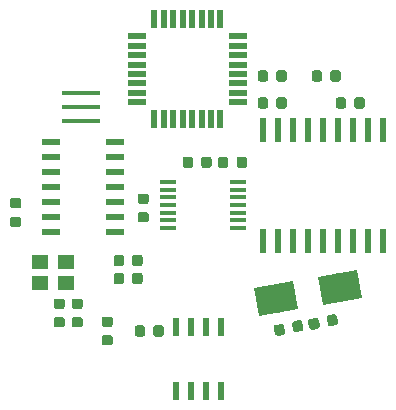
<source format=gbr>
G04 #@! TF.GenerationSoftware,KiCad,Pcbnew,(5.1.2)-2*
G04 #@! TF.CreationDate,2019-08-10T12:47:09-04:00*
G04 #@! TF.ProjectId,toyota-angle-sensor,746f796f-7461-42d6-916e-676c652d7365,rev?*
G04 #@! TF.SameCoordinates,Original*
G04 #@! TF.FileFunction,Paste,Bot*
G04 #@! TF.FilePolarity,Positive*
%FSLAX46Y46*%
G04 Gerber Fmt 4.6, Leading zero omitted, Abs format (unit mm)*
G04 Created by KiCad (PCBNEW (5.1.2)-2) date 2019-08-10 12:47:09*
%MOMM*%
%LPD*%
G04 APERTURE LIST*
%ADD10C,2.400000*%
%ADD11C,0.100000*%
%ADD12C,0.875000*%
%ADD13R,0.600000X2.000000*%
%ADD14R,1.400000X1.200000*%
%ADD15R,3.200000X0.400000*%
%ADD16R,0.600000X1.550000*%
%ADD17R,1.450000X0.450000*%
%ADD18R,1.500000X0.600000*%
%ADD19R,1.600000X0.550000*%
%ADD20R,0.550000X1.600000*%
G04 APERTURE END LIST*
D10*
X138587862Y-133965394D03*
D11*
G36*
X137158997Y-135435853D02*
G01*
X136742241Y-133072315D01*
X140016727Y-132494935D01*
X140433483Y-134858473D01*
X137158997Y-135435853D01*
X137158997Y-135435853D01*
G37*
D10*
X133146800Y-134924800D03*
D11*
G36*
X131717935Y-136395259D02*
G01*
X131301179Y-134031721D01*
X134575665Y-133454341D01*
X134992421Y-135817879D01*
X131717935Y-136395259D01*
X131717935Y-136395259D01*
G37*
G36*
X130504191Y-122906553D02*
G01*
X130525426Y-122909703D01*
X130546250Y-122914919D01*
X130566462Y-122922151D01*
X130585868Y-122931330D01*
X130604281Y-122942366D01*
X130621524Y-122955154D01*
X130637430Y-122969570D01*
X130651846Y-122985476D01*
X130664634Y-123002719D01*
X130675670Y-123021132D01*
X130684849Y-123040538D01*
X130692081Y-123060750D01*
X130697297Y-123081574D01*
X130700447Y-123102809D01*
X130701500Y-123124250D01*
X130701500Y-123636750D01*
X130700447Y-123658191D01*
X130697297Y-123679426D01*
X130692081Y-123700250D01*
X130684849Y-123720462D01*
X130675670Y-123739868D01*
X130664634Y-123758281D01*
X130651846Y-123775524D01*
X130637430Y-123791430D01*
X130621524Y-123805846D01*
X130604281Y-123818634D01*
X130585868Y-123829670D01*
X130566462Y-123838849D01*
X130546250Y-123846081D01*
X130525426Y-123851297D01*
X130504191Y-123854447D01*
X130482750Y-123855500D01*
X130045250Y-123855500D01*
X130023809Y-123854447D01*
X130002574Y-123851297D01*
X129981750Y-123846081D01*
X129961538Y-123838849D01*
X129942132Y-123829670D01*
X129923719Y-123818634D01*
X129906476Y-123805846D01*
X129890570Y-123791430D01*
X129876154Y-123775524D01*
X129863366Y-123758281D01*
X129852330Y-123739868D01*
X129843151Y-123720462D01*
X129835919Y-123700250D01*
X129830703Y-123679426D01*
X129827553Y-123658191D01*
X129826500Y-123636750D01*
X129826500Y-123124250D01*
X129827553Y-123102809D01*
X129830703Y-123081574D01*
X129835919Y-123060750D01*
X129843151Y-123040538D01*
X129852330Y-123021132D01*
X129863366Y-123002719D01*
X129876154Y-122985476D01*
X129890570Y-122969570D01*
X129906476Y-122955154D01*
X129923719Y-122942366D01*
X129942132Y-122931330D01*
X129961538Y-122922151D01*
X129981750Y-122914919D01*
X130002574Y-122909703D01*
X130023809Y-122906553D01*
X130045250Y-122905500D01*
X130482750Y-122905500D01*
X130504191Y-122906553D01*
X130504191Y-122906553D01*
G37*
D12*
X130264000Y-123380500D03*
D11*
G36*
X128929191Y-122906553D02*
G01*
X128950426Y-122909703D01*
X128971250Y-122914919D01*
X128991462Y-122922151D01*
X129010868Y-122931330D01*
X129029281Y-122942366D01*
X129046524Y-122955154D01*
X129062430Y-122969570D01*
X129076846Y-122985476D01*
X129089634Y-123002719D01*
X129100670Y-123021132D01*
X129109849Y-123040538D01*
X129117081Y-123060750D01*
X129122297Y-123081574D01*
X129125447Y-123102809D01*
X129126500Y-123124250D01*
X129126500Y-123636750D01*
X129125447Y-123658191D01*
X129122297Y-123679426D01*
X129117081Y-123700250D01*
X129109849Y-123720462D01*
X129100670Y-123739868D01*
X129089634Y-123758281D01*
X129076846Y-123775524D01*
X129062430Y-123791430D01*
X129046524Y-123805846D01*
X129029281Y-123818634D01*
X129010868Y-123829670D01*
X128991462Y-123838849D01*
X128971250Y-123846081D01*
X128950426Y-123851297D01*
X128929191Y-123854447D01*
X128907750Y-123855500D01*
X128470250Y-123855500D01*
X128448809Y-123854447D01*
X128427574Y-123851297D01*
X128406750Y-123846081D01*
X128386538Y-123838849D01*
X128367132Y-123829670D01*
X128348719Y-123818634D01*
X128331476Y-123805846D01*
X128315570Y-123791430D01*
X128301154Y-123775524D01*
X128288366Y-123758281D01*
X128277330Y-123739868D01*
X128268151Y-123720462D01*
X128260919Y-123700250D01*
X128255703Y-123679426D01*
X128252553Y-123658191D01*
X128251500Y-123636750D01*
X128251500Y-123124250D01*
X128252553Y-123102809D01*
X128255703Y-123081574D01*
X128260919Y-123060750D01*
X128268151Y-123040538D01*
X128277330Y-123021132D01*
X128288366Y-123002719D01*
X128301154Y-122985476D01*
X128315570Y-122969570D01*
X128331476Y-122955154D01*
X128348719Y-122942366D01*
X128367132Y-122931330D01*
X128386538Y-122922151D01*
X128406750Y-122914919D01*
X128427574Y-122909703D01*
X128448809Y-122906553D01*
X128470250Y-122905500D01*
X128907750Y-122905500D01*
X128929191Y-122906553D01*
X128929191Y-122906553D01*
G37*
D12*
X128689000Y-123380500D03*
D11*
G36*
X121880691Y-137194053D02*
G01*
X121901926Y-137197203D01*
X121922750Y-137202419D01*
X121942962Y-137209651D01*
X121962368Y-137218830D01*
X121980781Y-137229866D01*
X121998024Y-137242654D01*
X122013930Y-137257070D01*
X122028346Y-137272976D01*
X122041134Y-137290219D01*
X122052170Y-137308632D01*
X122061349Y-137328038D01*
X122068581Y-137348250D01*
X122073797Y-137369074D01*
X122076947Y-137390309D01*
X122078000Y-137411750D01*
X122078000Y-137924250D01*
X122076947Y-137945691D01*
X122073797Y-137966926D01*
X122068581Y-137987750D01*
X122061349Y-138007962D01*
X122052170Y-138027368D01*
X122041134Y-138045781D01*
X122028346Y-138063024D01*
X122013930Y-138078930D01*
X121998024Y-138093346D01*
X121980781Y-138106134D01*
X121962368Y-138117170D01*
X121942962Y-138126349D01*
X121922750Y-138133581D01*
X121901926Y-138138797D01*
X121880691Y-138141947D01*
X121859250Y-138143000D01*
X121421750Y-138143000D01*
X121400309Y-138141947D01*
X121379074Y-138138797D01*
X121358250Y-138133581D01*
X121338038Y-138126349D01*
X121318632Y-138117170D01*
X121300219Y-138106134D01*
X121282976Y-138093346D01*
X121267070Y-138078930D01*
X121252654Y-138063024D01*
X121239866Y-138045781D01*
X121228830Y-138027368D01*
X121219651Y-138007962D01*
X121212419Y-137987750D01*
X121207203Y-137966926D01*
X121204053Y-137945691D01*
X121203000Y-137924250D01*
X121203000Y-137411750D01*
X121204053Y-137390309D01*
X121207203Y-137369074D01*
X121212419Y-137348250D01*
X121219651Y-137328038D01*
X121228830Y-137308632D01*
X121239866Y-137290219D01*
X121252654Y-137272976D01*
X121267070Y-137257070D01*
X121282976Y-137242654D01*
X121300219Y-137229866D01*
X121318632Y-137218830D01*
X121338038Y-137209651D01*
X121358250Y-137202419D01*
X121379074Y-137197203D01*
X121400309Y-137194053D01*
X121421750Y-137193000D01*
X121859250Y-137193000D01*
X121880691Y-137194053D01*
X121880691Y-137194053D01*
G37*
D12*
X121640500Y-137668000D03*
D11*
G36*
X123455691Y-137194053D02*
G01*
X123476926Y-137197203D01*
X123497750Y-137202419D01*
X123517962Y-137209651D01*
X123537368Y-137218830D01*
X123555781Y-137229866D01*
X123573024Y-137242654D01*
X123588930Y-137257070D01*
X123603346Y-137272976D01*
X123616134Y-137290219D01*
X123627170Y-137308632D01*
X123636349Y-137328038D01*
X123643581Y-137348250D01*
X123648797Y-137369074D01*
X123651947Y-137390309D01*
X123653000Y-137411750D01*
X123653000Y-137924250D01*
X123651947Y-137945691D01*
X123648797Y-137966926D01*
X123643581Y-137987750D01*
X123636349Y-138007962D01*
X123627170Y-138027368D01*
X123616134Y-138045781D01*
X123603346Y-138063024D01*
X123588930Y-138078930D01*
X123573024Y-138093346D01*
X123555781Y-138106134D01*
X123537368Y-138117170D01*
X123517962Y-138126349D01*
X123497750Y-138133581D01*
X123476926Y-138138797D01*
X123455691Y-138141947D01*
X123434250Y-138143000D01*
X122996750Y-138143000D01*
X122975309Y-138141947D01*
X122954074Y-138138797D01*
X122933250Y-138133581D01*
X122913038Y-138126349D01*
X122893632Y-138117170D01*
X122875219Y-138106134D01*
X122857976Y-138093346D01*
X122842070Y-138078930D01*
X122827654Y-138063024D01*
X122814866Y-138045781D01*
X122803830Y-138027368D01*
X122794651Y-138007962D01*
X122787419Y-137987750D01*
X122782203Y-137966926D01*
X122779053Y-137945691D01*
X122778000Y-137924250D01*
X122778000Y-137411750D01*
X122779053Y-137390309D01*
X122782203Y-137369074D01*
X122787419Y-137348250D01*
X122794651Y-137328038D01*
X122803830Y-137308632D01*
X122814866Y-137290219D01*
X122827654Y-137272976D01*
X122842070Y-137257070D01*
X122857976Y-137242654D01*
X122875219Y-137229866D01*
X122893632Y-137218830D01*
X122913038Y-137209651D01*
X122933250Y-137202419D01*
X122954074Y-137197203D01*
X122975309Y-137194053D01*
X122996750Y-137193000D01*
X123434250Y-137193000D01*
X123455691Y-137194053D01*
X123455691Y-137194053D01*
G37*
D12*
X123215500Y-137668000D03*
D11*
G36*
X136866691Y-115604053D02*
G01*
X136887926Y-115607203D01*
X136908750Y-115612419D01*
X136928962Y-115619651D01*
X136948368Y-115628830D01*
X136966781Y-115639866D01*
X136984024Y-115652654D01*
X136999930Y-115667070D01*
X137014346Y-115682976D01*
X137027134Y-115700219D01*
X137038170Y-115718632D01*
X137047349Y-115738038D01*
X137054581Y-115758250D01*
X137059797Y-115779074D01*
X137062947Y-115800309D01*
X137064000Y-115821750D01*
X137064000Y-116334250D01*
X137062947Y-116355691D01*
X137059797Y-116376926D01*
X137054581Y-116397750D01*
X137047349Y-116417962D01*
X137038170Y-116437368D01*
X137027134Y-116455781D01*
X137014346Y-116473024D01*
X136999930Y-116488930D01*
X136984024Y-116503346D01*
X136966781Y-116516134D01*
X136948368Y-116527170D01*
X136928962Y-116536349D01*
X136908750Y-116543581D01*
X136887926Y-116548797D01*
X136866691Y-116551947D01*
X136845250Y-116553000D01*
X136407750Y-116553000D01*
X136386309Y-116551947D01*
X136365074Y-116548797D01*
X136344250Y-116543581D01*
X136324038Y-116536349D01*
X136304632Y-116527170D01*
X136286219Y-116516134D01*
X136268976Y-116503346D01*
X136253070Y-116488930D01*
X136238654Y-116473024D01*
X136225866Y-116455781D01*
X136214830Y-116437368D01*
X136205651Y-116417962D01*
X136198419Y-116397750D01*
X136193203Y-116376926D01*
X136190053Y-116355691D01*
X136189000Y-116334250D01*
X136189000Y-115821750D01*
X136190053Y-115800309D01*
X136193203Y-115779074D01*
X136198419Y-115758250D01*
X136205651Y-115738038D01*
X136214830Y-115718632D01*
X136225866Y-115700219D01*
X136238654Y-115682976D01*
X136253070Y-115667070D01*
X136268976Y-115652654D01*
X136286219Y-115639866D01*
X136304632Y-115628830D01*
X136324038Y-115619651D01*
X136344250Y-115612419D01*
X136365074Y-115607203D01*
X136386309Y-115604053D01*
X136407750Y-115603000D01*
X136845250Y-115603000D01*
X136866691Y-115604053D01*
X136866691Y-115604053D01*
G37*
D12*
X136626500Y-116078000D03*
D11*
G36*
X138441691Y-115604053D02*
G01*
X138462926Y-115607203D01*
X138483750Y-115612419D01*
X138503962Y-115619651D01*
X138523368Y-115628830D01*
X138541781Y-115639866D01*
X138559024Y-115652654D01*
X138574930Y-115667070D01*
X138589346Y-115682976D01*
X138602134Y-115700219D01*
X138613170Y-115718632D01*
X138622349Y-115738038D01*
X138629581Y-115758250D01*
X138634797Y-115779074D01*
X138637947Y-115800309D01*
X138639000Y-115821750D01*
X138639000Y-116334250D01*
X138637947Y-116355691D01*
X138634797Y-116376926D01*
X138629581Y-116397750D01*
X138622349Y-116417962D01*
X138613170Y-116437368D01*
X138602134Y-116455781D01*
X138589346Y-116473024D01*
X138574930Y-116488930D01*
X138559024Y-116503346D01*
X138541781Y-116516134D01*
X138523368Y-116527170D01*
X138503962Y-116536349D01*
X138483750Y-116543581D01*
X138462926Y-116548797D01*
X138441691Y-116551947D01*
X138420250Y-116553000D01*
X137982750Y-116553000D01*
X137961309Y-116551947D01*
X137940074Y-116548797D01*
X137919250Y-116543581D01*
X137899038Y-116536349D01*
X137879632Y-116527170D01*
X137861219Y-116516134D01*
X137843976Y-116503346D01*
X137828070Y-116488930D01*
X137813654Y-116473024D01*
X137800866Y-116455781D01*
X137789830Y-116437368D01*
X137780651Y-116417962D01*
X137773419Y-116397750D01*
X137768203Y-116376926D01*
X137765053Y-116355691D01*
X137764000Y-116334250D01*
X137764000Y-115821750D01*
X137765053Y-115800309D01*
X137768203Y-115779074D01*
X137773419Y-115758250D01*
X137780651Y-115738038D01*
X137789830Y-115718632D01*
X137800866Y-115700219D01*
X137813654Y-115682976D01*
X137828070Y-115667070D01*
X137843976Y-115652654D01*
X137861219Y-115639866D01*
X137879632Y-115628830D01*
X137899038Y-115619651D01*
X137919250Y-115612419D01*
X137940074Y-115607203D01*
X137961309Y-115604053D01*
X137982750Y-115603000D01*
X138420250Y-115603000D01*
X138441691Y-115604053D01*
X138441691Y-115604053D01*
G37*
D12*
X138201500Y-116078000D03*
D11*
G36*
X121677691Y-132749053D02*
G01*
X121698926Y-132752203D01*
X121719750Y-132757419D01*
X121739962Y-132764651D01*
X121759368Y-132773830D01*
X121777781Y-132784866D01*
X121795024Y-132797654D01*
X121810930Y-132812070D01*
X121825346Y-132827976D01*
X121838134Y-132845219D01*
X121849170Y-132863632D01*
X121858349Y-132883038D01*
X121865581Y-132903250D01*
X121870797Y-132924074D01*
X121873947Y-132945309D01*
X121875000Y-132966750D01*
X121875000Y-133479250D01*
X121873947Y-133500691D01*
X121870797Y-133521926D01*
X121865581Y-133542750D01*
X121858349Y-133562962D01*
X121849170Y-133582368D01*
X121838134Y-133600781D01*
X121825346Y-133618024D01*
X121810930Y-133633930D01*
X121795024Y-133648346D01*
X121777781Y-133661134D01*
X121759368Y-133672170D01*
X121739962Y-133681349D01*
X121719750Y-133688581D01*
X121698926Y-133693797D01*
X121677691Y-133696947D01*
X121656250Y-133698000D01*
X121218750Y-133698000D01*
X121197309Y-133696947D01*
X121176074Y-133693797D01*
X121155250Y-133688581D01*
X121135038Y-133681349D01*
X121115632Y-133672170D01*
X121097219Y-133661134D01*
X121079976Y-133648346D01*
X121064070Y-133633930D01*
X121049654Y-133618024D01*
X121036866Y-133600781D01*
X121025830Y-133582368D01*
X121016651Y-133562962D01*
X121009419Y-133542750D01*
X121004203Y-133521926D01*
X121001053Y-133500691D01*
X121000000Y-133479250D01*
X121000000Y-132966750D01*
X121001053Y-132945309D01*
X121004203Y-132924074D01*
X121009419Y-132903250D01*
X121016651Y-132883038D01*
X121025830Y-132863632D01*
X121036866Y-132845219D01*
X121049654Y-132827976D01*
X121064070Y-132812070D01*
X121079976Y-132797654D01*
X121097219Y-132784866D01*
X121115632Y-132773830D01*
X121135038Y-132764651D01*
X121155250Y-132757419D01*
X121176074Y-132752203D01*
X121197309Y-132749053D01*
X121218750Y-132748000D01*
X121656250Y-132748000D01*
X121677691Y-132749053D01*
X121677691Y-132749053D01*
G37*
D12*
X121437500Y-133223000D03*
D11*
G36*
X120102691Y-132749053D02*
G01*
X120123926Y-132752203D01*
X120144750Y-132757419D01*
X120164962Y-132764651D01*
X120184368Y-132773830D01*
X120202781Y-132784866D01*
X120220024Y-132797654D01*
X120235930Y-132812070D01*
X120250346Y-132827976D01*
X120263134Y-132845219D01*
X120274170Y-132863632D01*
X120283349Y-132883038D01*
X120290581Y-132903250D01*
X120295797Y-132924074D01*
X120298947Y-132945309D01*
X120300000Y-132966750D01*
X120300000Y-133479250D01*
X120298947Y-133500691D01*
X120295797Y-133521926D01*
X120290581Y-133542750D01*
X120283349Y-133562962D01*
X120274170Y-133582368D01*
X120263134Y-133600781D01*
X120250346Y-133618024D01*
X120235930Y-133633930D01*
X120220024Y-133648346D01*
X120202781Y-133661134D01*
X120184368Y-133672170D01*
X120164962Y-133681349D01*
X120144750Y-133688581D01*
X120123926Y-133693797D01*
X120102691Y-133696947D01*
X120081250Y-133698000D01*
X119643750Y-133698000D01*
X119622309Y-133696947D01*
X119601074Y-133693797D01*
X119580250Y-133688581D01*
X119560038Y-133681349D01*
X119540632Y-133672170D01*
X119522219Y-133661134D01*
X119504976Y-133648346D01*
X119489070Y-133633930D01*
X119474654Y-133618024D01*
X119461866Y-133600781D01*
X119450830Y-133582368D01*
X119441651Y-133562962D01*
X119434419Y-133542750D01*
X119429203Y-133521926D01*
X119426053Y-133500691D01*
X119425000Y-133479250D01*
X119425000Y-132966750D01*
X119426053Y-132945309D01*
X119429203Y-132924074D01*
X119434419Y-132903250D01*
X119441651Y-132883038D01*
X119450830Y-132863632D01*
X119461866Y-132845219D01*
X119474654Y-132827976D01*
X119489070Y-132812070D01*
X119504976Y-132797654D01*
X119522219Y-132784866D01*
X119540632Y-132773830D01*
X119560038Y-132764651D01*
X119580250Y-132757419D01*
X119601074Y-132752203D01*
X119622309Y-132749053D01*
X119643750Y-132748000D01*
X120081250Y-132748000D01*
X120102691Y-132749053D01*
X120102691Y-132749053D01*
G37*
D12*
X119862500Y-133223000D03*
D11*
G36*
X132294691Y-115604053D02*
G01*
X132315926Y-115607203D01*
X132336750Y-115612419D01*
X132356962Y-115619651D01*
X132376368Y-115628830D01*
X132394781Y-115639866D01*
X132412024Y-115652654D01*
X132427930Y-115667070D01*
X132442346Y-115682976D01*
X132455134Y-115700219D01*
X132466170Y-115718632D01*
X132475349Y-115738038D01*
X132482581Y-115758250D01*
X132487797Y-115779074D01*
X132490947Y-115800309D01*
X132492000Y-115821750D01*
X132492000Y-116334250D01*
X132490947Y-116355691D01*
X132487797Y-116376926D01*
X132482581Y-116397750D01*
X132475349Y-116417962D01*
X132466170Y-116437368D01*
X132455134Y-116455781D01*
X132442346Y-116473024D01*
X132427930Y-116488930D01*
X132412024Y-116503346D01*
X132394781Y-116516134D01*
X132376368Y-116527170D01*
X132356962Y-116536349D01*
X132336750Y-116543581D01*
X132315926Y-116548797D01*
X132294691Y-116551947D01*
X132273250Y-116553000D01*
X131835750Y-116553000D01*
X131814309Y-116551947D01*
X131793074Y-116548797D01*
X131772250Y-116543581D01*
X131752038Y-116536349D01*
X131732632Y-116527170D01*
X131714219Y-116516134D01*
X131696976Y-116503346D01*
X131681070Y-116488930D01*
X131666654Y-116473024D01*
X131653866Y-116455781D01*
X131642830Y-116437368D01*
X131633651Y-116417962D01*
X131626419Y-116397750D01*
X131621203Y-116376926D01*
X131618053Y-116355691D01*
X131617000Y-116334250D01*
X131617000Y-115821750D01*
X131618053Y-115800309D01*
X131621203Y-115779074D01*
X131626419Y-115758250D01*
X131633651Y-115738038D01*
X131642830Y-115718632D01*
X131653866Y-115700219D01*
X131666654Y-115682976D01*
X131681070Y-115667070D01*
X131696976Y-115652654D01*
X131714219Y-115639866D01*
X131732632Y-115628830D01*
X131752038Y-115619651D01*
X131772250Y-115612419D01*
X131793074Y-115607203D01*
X131814309Y-115604053D01*
X131835750Y-115603000D01*
X132273250Y-115603000D01*
X132294691Y-115604053D01*
X132294691Y-115604053D01*
G37*
D12*
X132054500Y-116078000D03*
D11*
G36*
X133869691Y-115604053D02*
G01*
X133890926Y-115607203D01*
X133911750Y-115612419D01*
X133931962Y-115619651D01*
X133951368Y-115628830D01*
X133969781Y-115639866D01*
X133987024Y-115652654D01*
X134002930Y-115667070D01*
X134017346Y-115682976D01*
X134030134Y-115700219D01*
X134041170Y-115718632D01*
X134050349Y-115738038D01*
X134057581Y-115758250D01*
X134062797Y-115779074D01*
X134065947Y-115800309D01*
X134067000Y-115821750D01*
X134067000Y-116334250D01*
X134065947Y-116355691D01*
X134062797Y-116376926D01*
X134057581Y-116397750D01*
X134050349Y-116417962D01*
X134041170Y-116437368D01*
X134030134Y-116455781D01*
X134017346Y-116473024D01*
X134002930Y-116488930D01*
X133987024Y-116503346D01*
X133969781Y-116516134D01*
X133951368Y-116527170D01*
X133931962Y-116536349D01*
X133911750Y-116543581D01*
X133890926Y-116548797D01*
X133869691Y-116551947D01*
X133848250Y-116553000D01*
X133410750Y-116553000D01*
X133389309Y-116551947D01*
X133368074Y-116548797D01*
X133347250Y-116543581D01*
X133327038Y-116536349D01*
X133307632Y-116527170D01*
X133289219Y-116516134D01*
X133271976Y-116503346D01*
X133256070Y-116488930D01*
X133241654Y-116473024D01*
X133228866Y-116455781D01*
X133217830Y-116437368D01*
X133208651Y-116417962D01*
X133201419Y-116397750D01*
X133196203Y-116376926D01*
X133193053Y-116355691D01*
X133192000Y-116334250D01*
X133192000Y-115821750D01*
X133193053Y-115800309D01*
X133196203Y-115779074D01*
X133201419Y-115758250D01*
X133208651Y-115738038D01*
X133217830Y-115718632D01*
X133228866Y-115700219D01*
X133241654Y-115682976D01*
X133256070Y-115667070D01*
X133271976Y-115652654D01*
X133289219Y-115639866D01*
X133307632Y-115628830D01*
X133327038Y-115619651D01*
X133347250Y-115612419D01*
X133368074Y-115607203D01*
X133389309Y-115604053D01*
X133410750Y-115603000D01*
X133848250Y-115603000D01*
X133869691Y-115604053D01*
X133869691Y-115604053D01*
G37*
D12*
X133629500Y-116078000D03*
D11*
G36*
X127519691Y-122906553D02*
G01*
X127540926Y-122909703D01*
X127561750Y-122914919D01*
X127581962Y-122922151D01*
X127601368Y-122931330D01*
X127619781Y-122942366D01*
X127637024Y-122955154D01*
X127652930Y-122969570D01*
X127667346Y-122985476D01*
X127680134Y-123002719D01*
X127691170Y-123021132D01*
X127700349Y-123040538D01*
X127707581Y-123060750D01*
X127712797Y-123081574D01*
X127715947Y-123102809D01*
X127717000Y-123124250D01*
X127717000Y-123636750D01*
X127715947Y-123658191D01*
X127712797Y-123679426D01*
X127707581Y-123700250D01*
X127700349Y-123720462D01*
X127691170Y-123739868D01*
X127680134Y-123758281D01*
X127667346Y-123775524D01*
X127652930Y-123791430D01*
X127637024Y-123805846D01*
X127619781Y-123818634D01*
X127601368Y-123829670D01*
X127581962Y-123838849D01*
X127561750Y-123846081D01*
X127540926Y-123851297D01*
X127519691Y-123854447D01*
X127498250Y-123855500D01*
X127060750Y-123855500D01*
X127039309Y-123854447D01*
X127018074Y-123851297D01*
X126997250Y-123846081D01*
X126977038Y-123838849D01*
X126957632Y-123829670D01*
X126939219Y-123818634D01*
X126921976Y-123805846D01*
X126906070Y-123791430D01*
X126891654Y-123775524D01*
X126878866Y-123758281D01*
X126867830Y-123739868D01*
X126858651Y-123720462D01*
X126851419Y-123700250D01*
X126846203Y-123679426D01*
X126843053Y-123658191D01*
X126842000Y-123636750D01*
X126842000Y-123124250D01*
X126843053Y-123102809D01*
X126846203Y-123081574D01*
X126851419Y-123060750D01*
X126858651Y-123040538D01*
X126867830Y-123021132D01*
X126878866Y-123002719D01*
X126891654Y-122985476D01*
X126906070Y-122969570D01*
X126921976Y-122955154D01*
X126939219Y-122942366D01*
X126957632Y-122931330D01*
X126977038Y-122922151D01*
X126997250Y-122914919D01*
X127018074Y-122909703D01*
X127039309Y-122906553D01*
X127060750Y-122905500D01*
X127498250Y-122905500D01*
X127519691Y-122906553D01*
X127519691Y-122906553D01*
G37*
D12*
X127279500Y-123380500D03*
D11*
G36*
X125944691Y-122906553D02*
G01*
X125965926Y-122909703D01*
X125986750Y-122914919D01*
X126006962Y-122922151D01*
X126026368Y-122931330D01*
X126044781Y-122942366D01*
X126062024Y-122955154D01*
X126077930Y-122969570D01*
X126092346Y-122985476D01*
X126105134Y-123002719D01*
X126116170Y-123021132D01*
X126125349Y-123040538D01*
X126132581Y-123060750D01*
X126137797Y-123081574D01*
X126140947Y-123102809D01*
X126142000Y-123124250D01*
X126142000Y-123636750D01*
X126140947Y-123658191D01*
X126137797Y-123679426D01*
X126132581Y-123700250D01*
X126125349Y-123720462D01*
X126116170Y-123739868D01*
X126105134Y-123758281D01*
X126092346Y-123775524D01*
X126077930Y-123791430D01*
X126062024Y-123805846D01*
X126044781Y-123818634D01*
X126026368Y-123829670D01*
X126006962Y-123838849D01*
X125986750Y-123846081D01*
X125965926Y-123851297D01*
X125944691Y-123854447D01*
X125923250Y-123855500D01*
X125485750Y-123855500D01*
X125464309Y-123854447D01*
X125443074Y-123851297D01*
X125422250Y-123846081D01*
X125402038Y-123838849D01*
X125382632Y-123829670D01*
X125364219Y-123818634D01*
X125346976Y-123805846D01*
X125331070Y-123791430D01*
X125316654Y-123775524D01*
X125303866Y-123758281D01*
X125292830Y-123739868D01*
X125283651Y-123720462D01*
X125276419Y-123700250D01*
X125271203Y-123679426D01*
X125268053Y-123658191D01*
X125267000Y-123636750D01*
X125267000Y-123124250D01*
X125268053Y-123102809D01*
X125271203Y-123081574D01*
X125276419Y-123060750D01*
X125283651Y-123040538D01*
X125292830Y-123021132D01*
X125303866Y-123002719D01*
X125316654Y-122985476D01*
X125331070Y-122969570D01*
X125346976Y-122955154D01*
X125364219Y-122942366D01*
X125382632Y-122931330D01*
X125402038Y-122922151D01*
X125422250Y-122914919D01*
X125443074Y-122909703D01*
X125464309Y-122906553D01*
X125485750Y-122905500D01*
X125923250Y-122905500D01*
X125944691Y-122906553D01*
X125944691Y-122906553D01*
G37*
D12*
X125704500Y-123380500D03*
D11*
G36*
X135211650Y-136769732D02*
G01*
X135232811Y-136773344D01*
X135253516Y-136779013D01*
X135273565Y-136786684D01*
X135292767Y-136796284D01*
X135310934Y-136807719D01*
X135327894Y-136820880D01*
X135343482Y-136835640D01*
X135357548Y-136851857D01*
X135369957Y-136869374D01*
X135380589Y-136888024D01*
X135389342Y-136907625D01*
X135396131Y-136927990D01*
X135400892Y-136948923D01*
X135489887Y-137453637D01*
X135492573Y-137474936D01*
X135493158Y-137496395D01*
X135491637Y-137517808D01*
X135488025Y-137538969D01*
X135482356Y-137559674D01*
X135474684Y-137579724D01*
X135465085Y-137598925D01*
X135453650Y-137617093D01*
X135440489Y-137634052D01*
X135425729Y-137649640D01*
X135409512Y-137663706D01*
X135391994Y-137676115D01*
X135373345Y-137686747D01*
X135353743Y-137695500D01*
X135333378Y-137702289D01*
X135312446Y-137707050D01*
X134881593Y-137783022D01*
X134860295Y-137785708D01*
X134838835Y-137786293D01*
X134817422Y-137784772D01*
X134796261Y-137781160D01*
X134775556Y-137775491D01*
X134755507Y-137767820D01*
X134736305Y-137758220D01*
X134718138Y-137746785D01*
X134701178Y-137733624D01*
X134685590Y-137718864D01*
X134671524Y-137702647D01*
X134659115Y-137685130D01*
X134648483Y-137666480D01*
X134639730Y-137646879D01*
X134632941Y-137626514D01*
X134628180Y-137605581D01*
X134539185Y-137100867D01*
X134536499Y-137079568D01*
X134535914Y-137058109D01*
X134537435Y-137036696D01*
X134541047Y-137015535D01*
X134546716Y-136994830D01*
X134554388Y-136974780D01*
X134563987Y-136955579D01*
X134575422Y-136937411D01*
X134588583Y-136920452D01*
X134603343Y-136904864D01*
X134619560Y-136890798D01*
X134637078Y-136878389D01*
X134655727Y-136867757D01*
X134675329Y-136859004D01*
X134695694Y-136852215D01*
X134716626Y-136847454D01*
X135147479Y-136771482D01*
X135168777Y-136768796D01*
X135190237Y-136768211D01*
X135211650Y-136769732D01*
X135211650Y-136769732D01*
G37*
D12*
X135014536Y-137277252D03*
D11*
G36*
X133660578Y-137043228D02*
G01*
X133681739Y-137046840D01*
X133702444Y-137052509D01*
X133722493Y-137060180D01*
X133741695Y-137069780D01*
X133759862Y-137081215D01*
X133776822Y-137094376D01*
X133792410Y-137109136D01*
X133806476Y-137125353D01*
X133818885Y-137142870D01*
X133829517Y-137161520D01*
X133838270Y-137181121D01*
X133845059Y-137201486D01*
X133849820Y-137222419D01*
X133938815Y-137727133D01*
X133941501Y-137748432D01*
X133942086Y-137769891D01*
X133940565Y-137791304D01*
X133936953Y-137812465D01*
X133931284Y-137833170D01*
X133923612Y-137853220D01*
X133914013Y-137872421D01*
X133902578Y-137890589D01*
X133889417Y-137907548D01*
X133874657Y-137923136D01*
X133858440Y-137937202D01*
X133840922Y-137949611D01*
X133822273Y-137960243D01*
X133802671Y-137968996D01*
X133782306Y-137975785D01*
X133761374Y-137980546D01*
X133330521Y-138056518D01*
X133309223Y-138059204D01*
X133287763Y-138059789D01*
X133266350Y-138058268D01*
X133245189Y-138054656D01*
X133224484Y-138048987D01*
X133204435Y-138041316D01*
X133185233Y-138031716D01*
X133167066Y-138020281D01*
X133150106Y-138007120D01*
X133134518Y-137992360D01*
X133120452Y-137976143D01*
X133108043Y-137958626D01*
X133097411Y-137939976D01*
X133088658Y-137920375D01*
X133081869Y-137900010D01*
X133077108Y-137879077D01*
X132988113Y-137374363D01*
X132985427Y-137353064D01*
X132984842Y-137331605D01*
X132986363Y-137310192D01*
X132989975Y-137289031D01*
X132995644Y-137268326D01*
X133003316Y-137248276D01*
X133012915Y-137229075D01*
X133024350Y-137210907D01*
X133037511Y-137193948D01*
X133052271Y-137178360D01*
X133068488Y-137164294D01*
X133086006Y-137151885D01*
X133104655Y-137141253D01*
X133124257Y-137132500D01*
X133144622Y-137125711D01*
X133165554Y-137120950D01*
X133596407Y-137044978D01*
X133617705Y-137042292D01*
X133639165Y-137041707D01*
X133660578Y-137043228D01*
X133660578Y-137043228D01*
G37*
D12*
X133463464Y-137550748D03*
D11*
G36*
X136581578Y-136535228D02*
G01*
X136602739Y-136538840D01*
X136623444Y-136544509D01*
X136643493Y-136552180D01*
X136662695Y-136561780D01*
X136680862Y-136573215D01*
X136697822Y-136586376D01*
X136713410Y-136601136D01*
X136727476Y-136617353D01*
X136739885Y-136634870D01*
X136750517Y-136653520D01*
X136759270Y-136673121D01*
X136766059Y-136693486D01*
X136770820Y-136714419D01*
X136859815Y-137219133D01*
X136862501Y-137240432D01*
X136863086Y-137261891D01*
X136861565Y-137283304D01*
X136857953Y-137304465D01*
X136852284Y-137325170D01*
X136844612Y-137345220D01*
X136835013Y-137364421D01*
X136823578Y-137382589D01*
X136810417Y-137399548D01*
X136795657Y-137415136D01*
X136779440Y-137429202D01*
X136761922Y-137441611D01*
X136743273Y-137452243D01*
X136723671Y-137460996D01*
X136703306Y-137467785D01*
X136682374Y-137472546D01*
X136251521Y-137548518D01*
X136230223Y-137551204D01*
X136208763Y-137551789D01*
X136187350Y-137550268D01*
X136166189Y-137546656D01*
X136145484Y-137540987D01*
X136125435Y-137533316D01*
X136106233Y-137523716D01*
X136088066Y-137512281D01*
X136071106Y-137499120D01*
X136055518Y-137484360D01*
X136041452Y-137468143D01*
X136029043Y-137450626D01*
X136018411Y-137431976D01*
X136009658Y-137412375D01*
X136002869Y-137392010D01*
X135998108Y-137371077D01*
X135909113Y-136866363D01*
X135906427Y-136845064D01*
X135905842Y-136823605D01*
X135907363Y-136802192D01*
X135910975Y-136781031D01*
X135916644Y-136760326D01*
X135924316Y-136740276D01*
X135933915Y-136721075D01*
X135945350Y-136702907D01*
X135958511Y-136685948D01*
X135973271Y-136670360D01*
X135989488Y-136656294D01*
X136007006Y-136643885D01*
X136025655Y-136633253D01*
X136045257Y-136624500D01*
X136065622Y-136617711D01*
X136086554Y-136612950D01*
X136517407Y-136536978D01*
X136538705Y-136534292D01*
X136560165Y-136533707D01*
X136581578Y-136535228D01*
X136581578Y-136535228D01*
G37*
D12*
X136384464Y-137042748D03*
D11*
G36*
X138132650Y-136261732D02*
G01*
X138153811Y-136265344D01*
X138174516Y-136271013D01*
X138194565Y-136278684D01*
X138213767Y-136288284D01*
X138231934Y-136299719D01*
X138248894Y-136312880D01*
X138264482Y-136327640D01*
X138278548Y-136343857D01*
X138290957Y-136361374D01*
X138301589Y-136380024D01*
X138310342Y-136399625D01*
X138317131Y-136419990D01*
X138321892Y-136440923D01*
X138410887Y-136945637D01*
X138413573Y-136966936D01*
X138414158Y-136988395D01*
X138412637Y-137009808D01*
X138409025Y-137030969D01*
X138403356Y-137051674D01*
X138395684Y-137071724D01*
X138386085Y-137090925D01*
X138374650Y-137109093D01*
X138361489Y-137126052D01*
X138346729Y-137141640D01*
X138330512Y-137155706D01*
X138312994Y-137168115D01*
X138294345Y-137178747D01*
X138274743Y-137187500D01*
X138254378Y-137194289D01*
X138233446Y-137199050D01*
X137802593Y-137275022D01*
X137781295Y-137277708D01*
X137759835Y-137278293D01*
X137738422Y-137276772D01*
X137717261Y-137273160D01*
X137696556Y-137267491D01*
X137676507Y-137259820D01*
X137657305Y-137250220D01*
X137639138Y-137238785D01*
X137622178Y-137225624D01*
X137606590Y-137210864D01*
X137592524Y-137194647D01*
X137580115Y-137177130D01*
X137569483Y-137158480D01*
X137560730Y-137138879D01*
X137553941Y-137118514D01*
X137549180Y-137097581D01*
X137460185Y-136592867D01*
X137457499Y-136571568D01*
X137456914Y-136550109D01*
X137458435Y-136528696D01*
X137462047Y-136507535D01*
X137467716Y-136486830D01*
X137475388Y-136466780D01*
X137484987Y-136447579D01*
X137496422Y-136429411D01*
X137509583Y-136412452D01*
X137524343Y-136396864D01*
X137540560Y-136382798D01*
X137558078Y-136370389D01*
X137576727Y-136359757D01*
X137596329Y-136351004D01*
X137616694Y-136344215D01*
X137637626Y-136339454D01*
X138068479Y-136263482D01*
X138089777Y-136260796D01*
X138111237Y-136260211D01*
X138132650Y-136261732D01*
X138132650Y-136261732D01*
G37*
D12*
X137935536Y-136769252D03*
D11*
G36*
X115085691Y-136495053D02*
G01*
X115106926Y-136498203D01*
X115127750Y-136503419D01*
X115147962Y-136510651D01*
X115167368Y-136519830D01*
X115185781Y-136530866D01*
X115203024Y-136543654D01*
X115218930Y-136558070D01*
X115233346Y-136573976D01*
X115246134Y-136591219D01*
X115257170Y-136609632D01*
X115266349Y-136629038D01*
X115273581Y-136649250D01*
X115278797Y-136670074D01*
X115281947Y-136691309D01*
X115283000Y-136712750D01*
X115283000Y-137150250D01*
X115281947Y-137171691D01*
X115278797Y-137192926D01*
X115273581Y-137213750D01*
X115266349Y-137233962D01*
X115257170Y-137253368D01*
X115246134Y-137271781D01*
X115233346Y-137289024D01*
X115218930Y-137304930D01*
X115203024Y-137319346D01*
X115185781Y-137332134D01*
X115167368Y-137343170D01*
X115147962Y-137352349D01*
X115127750Y-137359581D01*
X115106926Y-137364797D01*
X115085691Y-137367947D01*
X115064250Y-137369000D01*
X114551750Y-137369000D01*
X114530309Y-137367947D01*
X114509074Y-137364797D01*
X114488250Y-137359581D01*
X114468038Y-137352349D01*
X114448632Y-137343170D01*
X114430219Y-137332134D01*
X114412976Y-137319346D01*
X114397070Y-137304930D01*
X114382654Y-137289024D01*
X114369866Y-137271781D01*
X114358830Y-137253368D01*
X114349651Y-137233962D01*
X114342419Y-137213750D01*
X114337203Y-137192926D01*
X114334053Y-137171691D01*
X114333000Y-137150250D01*
X114333000Y-136712750D01*
X114334053Y-136691309D01*
X114337203Y-136670074D01*
X114342419Y-136649250D01*
X114349651Y-136629038D01*
X114358830Y-136609632D01*
X114369866Y-136591219D01*
X114382654Y-136573976D01*
X114397070Y-136558070D01*
X114412976Y-136543654D01*
X114430219Y-136530866D01*
X114448632Y-136519830D01*
X114468038Y-136510651D01*
X114488250Y-136503419D01*
X114509074Y-136498203D01*
X114530309Y-136495053D01*
X114551750Y-136494000D01*
X115064250Y-136494000D01*
X115085691Y-136495053D01*
X115085691Y-136495053D01*
G37*
D12*
X114808000Y-136931500D03*
D11*
G36*
X115085691Y-134920053D02*
G01*
X115106926Y-134923203D01*
X115127750Y-134928419D01*
X115147962Y-134935651D01*
X115167368Y-134944830D01*
X115185781Y-134955866D01*
X115203024Y-134968654D01*
X115218930Y-134983070D01*
X115233346Y-134998976D01*
X115246134Y-135016219D01*
X115257170Y-135034632D01*
X115266349Y-135054038D01*
X115273581Y-135074250D01*
X115278797Y-135095074D01*
X115281947Y-135116309D01*
X115283000Y-135137750D01*
X115283000Y-135575250D01*
X115281947Y-135596691D01*
X115278797Y-135617926D01*
X115273581Y-135638750D01*
X115266349Y-135658962D01*
X115257170Y-135678368D01*
X115246134Y-135696781D01*
X115233346Y-135714024D01*
X115218930Y-135729930D01*
X115203024Y-135744346D01*
X115185781Y-135757134D01*
X115167368Y-135768170D01*
X115147962Y-135777349D01*
X115127750Y-135784581D01*
X115106926Y-135789797D01*
X115085691Y-135792947D01*
X115064250Y-135794000D01*
X114551750Y-135794000D01*
X114530309Y-135792947D01*
X114509074Y-135789797D01*
X114488250Y-135784581D01*
X114468038Y-135777349D01*
X114448632Y-135768170D01*
X114430219Y-135757134D01*
X114412976Y-135744346D01*
X114397070Y-135729930D01*
X114382654Y-135714024D01*
X114369866Y-135696781D01*
X114358830Y-135678368D01*
X114349651Y-135658962D01*
X114342419Y-135638750D01*
X114337203Y-135617926D01*
X114334053Y-135596691D01*
X114333000Y-135575250D01*
X114333000Y-135137750D01*
X114334053Y-135116309D01*
X114337203Y-135095074D01*
X114342419Y-135074250D01*
X114349651Y-135054038D01*
X114358830Y-135034632D01*
X114369866Y-135016219D01*
X114382654Y-134998976D01*
X114397070Y-134983070D01*
X114412976Y-134968654D01*
X114430219Y-134955866D01*
X114448632Y-134944830D01*
X114468038Y-134935651D01*
X114488250Y-134928419D01*
X114509074Y-134923203D01*
X114530309Y-134920053D01*
X114551750Y-134919000D01*
X115064250Y-134919000D01*
X115085691Y-134920053D01*
X115085691Y-134920053D01*
G37*
D12*
X114808000Y-135356500D03*
D11*
G36*
X116609691Y-136495053D02*
G01*
X116630926Y-136498203D01*
X116651750Y-136503419D01*
X116671962Y-136510651D01*
X116691368Y-136519830D01*
X116709781Y-136530866D01*
X116727024Y-136543654D01*
X116742930Y-136558070D01*
X116757346Y-136573976D01*
X116770134Y-136591219D01*
X116781170Y-136609632D01*
X116790349Y-136629038D01*
X116797581Y-136649250D01*
X116802797Y-136670074D01*
X116805947Y-136691309D01*
X116807000Y-136712750D01*
X116807000Y-137150250D01*
X116805947Y-137171691D01*
X116802797Y-137192926D01*
X116797581Y-137213750D01*
X116790349Y-137233962D01*
X116781170Y-137253368D01*
X116770134Y-137271781D01*
X116757346Y-137289024D01*
X116742930Y-137304930D01*
X116727024Y-137319346D01*
X116709781Y-137332134D01*
X116691368Y-137343170D01*
X116671962Y-137352349D01*
X116651750Y-137359581D01*
X116630926Y-137364797D01*
X116609691Y-137367947D01*
X116588250Y-137369000D01*
X116075750Y-137369000D01*
X116054309Y-137367947D01*
X116033074Y-137364797D01*
X116012250Y-137359581D01*
X115992038Y-137352349D01*
X115972632Y-137343170D01*
X115954219Y-137332134D01*
X115936976Y-137319346D01*
X115921070Y-137304930D01*
X115906654Y-137289024D01*
X115893866Y-137271781D01*
X115882830Y-137253368D01*
X115873651Y-137233962D01*
X115866419Y-137213750D01*
X115861203Y-137192926D01*
X115858053Y-137171691D01*
X115857000Y-137150250D01*
X115857000Y-136712750D01*
X115858053Y-136691309D01*
X115861203Y-136670074D01*
X115866419Y-136649250D01*
X115873651Y-136629038D01*
X115882830Y-136609632D01*
X115893866Y-136591219D01*
X115906654Y-136573976D01*
X115921070Y-136558070D01*
X115936976Y-136543654D01*
X115954219Y-136530866D01*
X115972632Y-136519830D01*
X115992038Y-136510651D01*
X116012250Y-136503419D01*
X116033074Y-136498203D01*
X116054309Y-136495053D01*
X116075750Y-136494000D01*
X116588250Y-136494000D01*
X116609691Y-136495053D01*
X116609691Y-136495053D01*
G37*
D12*
X116332000Y-136931500D03*
D11*
G36*
X116609691Y-134920053D02*
G01*
X116630926Y-134923203D01*
X116651750Y-134928419D01*
X116671962Y-134935651D01*
X116691368Y-134944830D01*
X116709781Y-134955866D01*
X116727024Y-134968654D01*
X116742930Y-134983070D01*
X116757346Y-134998976D01*
X116770134Y-135016219D01*
X116781170Y-135034632D01*
X116790349Y-135054038D01*
X116797581Y-135074250D01*
X116802797Y-135095074D01*
X116805947Y-135116309D01*
X116807000Y-135137750D01*
X116807000Y-135575250D01*
X116805947Y-135596691D01*
X116802797Y-135617926D01*
X116797581Y-135638750D01*
X116790349Y-135658962D01*
X116781170Y-135678368D01*
X116770134Y-135696781D01*
X116757346Y-135714024D01*
X116742930Y-135729930D01*
X116727024Y-135744346D01*
X116709781Y-135757134D01*
X116691368Y-135768170D01*
X116671962Y-135777349D01*
X116651750Y-135784581D01*
X116630926Y-135789797D01*
X116609691Y-135792947D01*
X116588250Y-135794000D01*
X116075750Y-135794000D01*
X116054309Y-135792947D01*
X116033074Y-135789797D01*
X116012250Y-135784581D01*
X115992038Y-135777349D01*
X115972632Y-135768170D01*
X115954219Y-135757134D01*
X115936976Y-135744346D01*
X115921070Y-135729930D01*
X115906654Y-135714024D01*
X115893866Y-135696781D01*
X115882830Y-135678368D01*
X115873651Y-135658962D01*
X115866419Y-135638750D01*
X115861203Y-135617926D01*
X115858053Y-135596691D01*
X115857000Y-135575250D01*
X115857000Y-135137750D01*
X115858053Y-135116309D01*
X115861203Y-135095074D01*
X115866419Y-135074250D01*
X115873651Y-135054038D01*
X115882830Y-135034632D01*
X115893866Y-135016219D01*
X115906654Y-134998976D01*
X115921070Y-134983070D01*
X115936976Y-134968654D01*
X115954219Y-134955866D01*
X115972632Y-134944830D01*
X115992038Y-134935651D01*
X116012250Y-134928419D01*
X116033074Y-134923203D01*
X116054309Y-134920053D01*
X116075750Y-134919000D01*
X116588250Y-134919000D01*
X116609691Y-134920053D01*
X116609691Y-134920053D01*
G37*
D12*
X116332000Y-135356500D03*
D11*
G36*
X122197691Y-127605053D02*
G01*
X122218926Y-127608203D01*
X122239750Y-127613419D01*
X122259962Y-127620651D01*
X122279368Y-127629830D01*
X122297781Y-127640866D01*
X122315024Y-127653654D01*
X122330930Y-127668070D01*
X122345346Y-127683976D01*
X122358134Y-127701219D01*
X122369170Y-127719632D01*
X122378349Y-127739038D01*
X122385581Y-127759250D01*
X122390797Y-127780074D01*
X122393947Y-127801309D01*
X122395000Y-127822750D01*
X122395000Y-128260250D01*
X122393947Y-128281691D01*
X122390797Y-128302926D01*
X122385581Y-128323750D01*
X122378349Y-128343962D01*
X122369170Y-128363368D01*
X122358134Y-128381781D01*
X122345346Y-128399024D01*
X122330930Y-128414930D01*
X122315024Y-128429346D01*
X122297781Y-128442134D01*
X122279368Y-128453170D01*
X122259962Y-128462349D01*
X122239750Y-128469581D01*
X122218926Y-128474797D01*
X122197691Y-128477947D01*
X122176250Y-128479000D01*
X121663750Y-128479000D01*
X121642309Y-128477947D01*
X121621074Y-128474797D01*
X121600250Y-128469581D01*
X121580038Y-128462349D01*
X121560632Y-128453170D01*
X121542219Y-128442134D01*
X121524976Y-128429346D01*
X121509070Y-128414930D01*
X121494654Y-128399024D01*
X121481866Y-128381781D01*
X121470830Y-128363368D01*
X121461651Y-128343962D01*
X121454419Y-128323750D01*
X121449203Y-128302926D01*
X121446053Y-128281691D01*
X121445000Y-128260250D01*
X121445000Y-127822750D01*
X121446053Y-127801309D01*
X121449203Y-127780074D01*
X121454419Y-127759250D01*
X121461651Y-127739038D01*
X121470830Y-127719632D01*
X121481866Y-127701219D01*
X121494654Y-127683976D01*
X121509070Y-127668070D01*
X121524976Y-127653654D01*
X121542219Y-127640866D01*
X121560632Y-127629830D01*
X121580038Y-127620651D01*
X121600250Y-127613419D01*
X121621074Y-127608203D01*
X121642309Y-127605053D01*
X121663750Y-127604000D01*
X122176250Y-127604000D01*
X122197691Y-127605053D01*
X122197691Y-127605053D01*
G37*
D12*
X121920000Y-128041500D03*
D11*
G36*
X122197691Y-126030053D02*
G01*
X122218926Y-126033203D01*
X122239750Y-126038419D01*
X122259962Y-126045651D01*
X122279368Y-126054830D01*
X122297781Y-126065866D01*
X122315024Y-126078654D01*
X122330930Y-126093070D01*
X122345346Y-126108976D01*
X122358134Y-126126219D01*
X122369170Y-126144632D01*
X122378349Y-126164038D01*
X122385581Y-126184250D01*
X122390797Y-126205074D01*
X122393947Y-126226309D01*
X122395000Y-126247750D01*
X122395000Y-126685250D01*
X122393947Y-126706691D01*
X122390797Y-126727926D01*
X122385581Y-126748750D01*
X122378349Y-126768962D01*
X122369170Y-126788368D01*
X122358134Y-126806781D01*
X122345346Y-126824024D01*
X122330930Y-126839930D01*
X122315024Y-126854346D01*
X122297781Y-126867134D01*
X122279368Y-126878170D01*
X122259962Y-126887349D01*
X122239750Y-126894581D01*
X122218926Y-126899797D01*
X122197691Y-126902947D01*
X122176250Y-126904000D01*
X121663750Y-126904000D01*
X121642309Y-126902947D01*
X121621074Y-126899797D01*
X121600250Y-126894581D01*
X121580038Y-126887349D01*
X121560632Y-126878170D01*
X121542219Y-126867134D01*
X121524976Y-126854346D01*
X121509070Y-126839930D01*
X121494654Y-126824024D01*
X121481866Y-126806781D01*
X121470830Y-126788368D01*
X121461651Y-126768962D01*
X121454419Y-126748750D01*
X121449203Y-126727926D01*
X121446053Y-126706691D01*
X121445000Y-126685250D01*
X121445000Y-126247750D01*
X121446053Y-126226309D01*
X121449203Y-126205074D01*
X121454419Y-126184250D01*
X121461651Y-126164038D01*
X121470830Y-126144632D01*
X121481866Y-126126219D01*
X121494654Y-126108976D01*
X121509070Y-126093070D01*
X121524976Y-126078654D01*
X121542219Y-126065866D01*
X121560632Y-126054830D01*
X121580038Y-126045651D01*
X121600250Y-126038419D01*
X121621074Y-126033203D01*
X121642309Y-126030053D01*
X121663750Y-126029000D01*
X122176250Y-126029000D01*
X122197691Y-126030053D01*
X122197691Y-126030053D01*
G37*
D12*
X121920000Y-126466500D03*
D11*
G36*
X121677691Y-131225053D02*
G01*
X121698926Y-131228203D01*
X121719750Y-131233419D01*
X121739962Y-131240651D01*
X121759368Y-131249830D01*
X121777781Y-131260866D01*
X121795024Y-131273654D01*
X121810930Y-131288070D01*
X121825346Y-131303976D01*
X121838134Y-131321219D01*
X121849170Y-131339632D01*
X121858349Y-131359038D01*
X121865581Y-131379250D01*
X121870797Y-131400074D01*
X121873947Y-131421309D01*
X121875000Y-131442750D01*
X121875000Y-131955250D01*
X121873947Y-131976691D01*
X121870797Y-131997926D01*
X121865581Y-132018750D01*
X121858349Y-132038962D01*
X121849170Y-132058368D01*
X121838134Y-132076781D01*
X121825346Y-132094024D01*
X121810930Y-132109930D01*
X121795024Y-132124346D01*
X121777781Y-132137134D01*
X121759368Y-132148170D01*
X121739962Y-132157349D01*
X121719750Y-132164581D01*
X121698926Y-132169797D01*
X121677691Y-132172947D01*
X121656250Y-132174000D01*
X121218750Y-132174000D01*
X121197309Y-132172947D01*
X121176074Y-132169797D01*
X121155250Y-132164581D01*
X121135038Y-132157349D01*
X121115632Y-132148170D01*
X121097219Y-132137134D01*
X121079976Y-132124346D01*
X121064070Y-132109930D01*
X121049654Y-132094024D01*
X121036866Y-132076781D01*
X121025830Y-132058368D01*
X121016651Y-132038962D01*
X121009419Y-132018750D01*
X121004203Y-131997926D01*
X121001053Y-131976691D01*
X121000000Y-131955250D01*
X121000000Y-131442750D01*
X121001053Y-131421309D01*
X121004203Y-131400074D01*
X121009419Y-131379250D01*
X121016651Y-131359038D01*
X121025830Y-131339632D01*
X121036866Y-131321219D01*
X121049654Y-131303976D01*
X121064070Y-131288070D01*
X121079976Y-131273654D01*
X121097219Y-131260866D01*
X121115632Y-131249830D01*
X121135038Y-131240651D01*
X121155250Y-131233419D01*
X121176074Y-131228203D01*
X121197309Y-131225053D01*
X121218750Y-131224000D01*
X121656250Y-131224000D01*
X121677691Y-131225053D01*
X121677691Y-131225053D01*
G37*
D12*
X121437500Y-131699000D03*
D11*
G36*
X120102691Y-131225053D02*
G01*
X120123926Y-131228203D01*
X120144750Y-131233419D01*
X120164962Y-131240651D01*
X120184368Y-131249830D01*
X120202781Y-131260866D01*
X120220024Y-131273654D01*
X120235930Y-131288070D01*
X120250346Y-131303976D01*
X120263134Y-131321219D01*
X120274170Y-131339632D01*
X120283349Y-131359038D01*
X120290581Y-131379250D01*
X120295797Y-131400074D01*
X120298947Y-131421309D01*
X120300000Y-131442750D01*
X120300000Y-131955250D01*
X120298947Y-131976691D01*
X120295797Y-131997926D01*
X120290581Y-132018750D01*
X120283349Y-132038962D01*
X120274170Y-132058368D01*
X120263134Y-132076781D01*
X120250346Y-132094024D01*
X120235930Y-132109930D01*
X120220024Y-132124346D01*
X120202781Y-132137134D01*
X120184368Y-132148170D01*
X120164962Y-132157349D01*
X120144750Y-132164581D01*
X120123926Y-132169797D01*
X120102691Y-132172947D01*
X120081250Y-132174000D01*
X119643750Y-132174000D01*
X119622309Y-132172947D01*
X119601074Y-132169797D01*
X119580250Y-132164581D01*
X119560038Y-132157349D01*
X119540632Y-132148170D01*
X119522219Y-132137134D01*
X119504976Y-132124346D01*
X119489070Y-132109930D01*
X119474654Y-132094024D01*
X119461866Y-132076781D01*
X119450830Y-132058368D01*
X119441651Y-132038962D01*
X119434419Y-132018750D01*
X119429203Y-131997926D01*
X119426053Y-131976691D01*
X119425000Y-131955250D01*
X119425000Y-131442750D01*
X119426053Y-131421309D01*
X119429203Y-131400074D01*
X119434419Y-131379250D01*
X119441651Y-131359038D01*
X119450830Y-131339632D01*
X119461866Y-131321219D01*
X119474654Y-131303976D01*
X119489070Y-131288070D01*
X119504976Y-131273654D01*
X119522219Y-131260866D01*
X119540632Y-131249830D01*
X119560038Y-131240651D01*
X119580250Y-131233419D01*
X119601074Y-131228203D01*
X119622309Y-131225053D01*
X119643750Y-131224000D01*
X120081250Y-131224000D01*
X120102691Y-131225053D01*
X120102691Y-131225053D01*
G37*
D12*
X119862500Y-131699000D03*
D11*
G36*
X138898691Y-117890053D02*
G01*
X138919926Y-117893203D01*
X138940750Y-117898419D01*
X138960962Y-117905651D01*
X138980368Y-117914830D01*
X138998781Y-117925866D01*
X139016024Y-117938654D01*
X139031930Y-117953070D01*
X139046346Y-117968976D01*
X139059134Y-117986219D01*
X139070170Y-118004632D01*
X139079349Y-118024038D01*
X139086581Y-118044250D01*
X139091797Y-118065074D01*
X139094947Y-118086309D01*
X139096000Y-118107750D01*
X139096000Y-118620250D01*
X139094947Y-118641691D01*
X139091797Y-118662926D01*
X139086581Y-118683750D01*
X139079349Y-118703962D01*
X139070170Y-118723368D01*
X139059134Y-118741781D01*
X139046346Y-118759024D01*
X139031930Y-118774930D01*
X139016024Y-118789346D01*
X138998781Y-118802134D01*
X138980368Y-118813170D01*
X138960962Y-118822349D01*
X138940750Y-118829581D01*
X138919926Y-118834797D01*
X138898691Y-118837947D01*
X138877250Y-118839000D01*
X138439750Y-118839000D01*
X138418309Y-118837947D01*
X138397074Y-118834797D01*
X138376250Y-118829581D01*
X138356038Y-118822349D01*
X138336632Y-118813170D01*
X138318219Y-118802134D01*
X138300976Y-118789346D01*
X138285070Y-118774930D01*
X138270654Y-118759024D01*
X138257866Y-118741781D01*
X138246830Y-118723368D01*
X138237651Y-118703962D01*
X138230419Y-118683750D01*
X138225203Y-118662926D01*
X138222053Y-118641691D01*
X138221000Y-118620250D01*
X138221000Y-118107750D01*
X138222053Y-118086309D01*
X138225203Y-118065074D01*
X138230419Y-118044250D01*
X138237651Y-118024038D01*
X138246830Y-118004632D01*
X138257866Y-117986219D01*
X138270654Y-117968976D01*
X138285070Y-117953070D01*
X138300976Y-117938654D01*
X138318219Y-117925866D01*
X138336632Y-117914830D01*
X138356038Y-117905651D01*
X138376250Y-117898419D01*
X138397074Y-117893203D01*
X138418309Y-117890053D01*
X138439750Y-117889000D01*
X138877250Y-117889000D01*
X138898691Y-117890053D01*
X138898691Y-117890053D01*
G37*
D12*
X138658500Y-118364000D03*
D11*
G36*
X140473691Y-117890053D02*
G01*
X140494926Y-117893203D01*
X140515750Y-117898419D01*
X140535962Y-117905651D01*
X140555368Y-117914830D01*
X140573781Y-117925866D01*
X140591024Y-117938654D01*
X140606930Y-117953070D01*
X140621346Y-117968976D01*
X140634134Y-117986219D01*
X140645170Y-118004632D01*
X140654349Y-118024038D01*
X140661581Y-118044250D01*
X140666797Y-118065074D01*
X140669947Y-118086309D01*
X140671000Y-118107750D01*
X140671000Y-118620250D01*
X140669947Y-118641691D01*
X140666797Y-118662926D01*
X140661581Y-118683750D01*
X140654349Y-118703962D01*
X140645170Y-118723368D01*
X140634134Y-118741781D01*
X140621346Y-118759024D01*
X140606930Y-118774930D01*
X140591024Y-118789346D01*
X140573781Y-118802134D01*
X140555368Y-118813170D01*
X140535962Y-118822349D01*
X140515750Y-118829581D01*
X140494926Y-118834797D01*
X140473691Y-118837947D01*
X140452250Y-118839000D01*
X140014750Y-118839000D01*
X139993309Y-118837947D01*
X139972074Y-118834797D01*
X139951250Y-118829581D01*
X139931038Y-118822349D01*
X139911632Y-118813170D01*
X139893219Y-118802134D01*
X139875976Y-118789346D01*
X139860070Y-118774930D01*
X139845654Y-118759024D01*
X139832866Y-118741781D01*
X139821830Y-118723368D01*
X139812651Y-118703962D01*
X139805419Y-118683750D01*
X139800203Y-118662926D01*
X139797053Y-118641691D01*
X139796000Y-118620250D01*
X139796000Y-118107750D01*
X139797053Y-118086309D01*
X139800203Y-118065074D01*
X139805419Y-118044250D01*
X139812651Y-118024038D01*
X139821830Y-118004632D01*
X139832866Y-117986219D01*
X139845654Y-117968976D01*
X139860070Y-117953070D01*
X139875976Y-117938654D01*
X139893219Y-117925866D01*
X139911632Y-117914830D01*
X139931038Y-117905651D01*
X139951250Y-117898419D01*
X139972074Y-117893203D01*
X139993309Y-117890053D01*
X140014750Y-117889000D01*
X140452250Y-117889000D01*
X140473691Y-117890053D01*
X140473691Y-117890053D01*
G37*
D12*
X140233500Y-118364000D03*
D11*
G36*
X111402691Y-126411053D02*
G01*
X111423926Y-126414203D01*
X111444750Y-126419419D01*
X111464962Y-126426651D01*
X111484368Y-126435830D01*
X111502781Y-126446866D01*
X111520024Y-126459654D01*
X111535930Y-126474070D01*
X111550346Y-126489976D01*
X111563134Y-126507219D01*
X111574170Y-126525632D01*
X111583349Y-126545038D01*
X111590581Y-126565250D01*
X111595797Y-126586074D01*
X111598947Y-126607309D01*
X111600000Y-126628750D01*
X111600000Y-127066250D01*
X111598947Y-127087691D01*
X111595797Y-127108926D01*
X111590581Y-127129750D01*
X111583349Y-127149962D01*
X111574170Y-127169368D01*
X111563134Y-127187781D01*
X111550346Y-127205024D01*
X111535930Y-127220930D01*
X111520024Y-127235346D01*
X111502781Y-127248134D01*
X111484368Y-127259170D01*
X111464962Y-127268349D01*
X111444750Y-127275581D01*
X111423926Y-127280797D01*
X111402691Y-127283947D01*
X111381250Y-127285000D01*
X110868750Y-127285000D01*
X110847309Y-127283947D01*
X110826074Y-127280797D01*
X110805250Y-127275581D01*
X110785038Y-127268349D01*
X110765632Y-127259170D01*
X110747219Y-127248134D01*
X110729976Y-127235346D01*
X110714070Y-127220930D01*
X110699654Y-127205024D01*
X110686866Y-127187781D01*
X110675830Y-127169368D01*
X110666651Y-127149962D01*
X110659419Y-127129750D01*
X110654203Y-127108926D01*
X110651053Y-127087691D01*
X110650000Y-127066250D01*
X110650000Y-126628750D01*
X110651053Y-126607309D01*
X110654203Y-126586074D01*
X110659419Y-126565250D01*
X110666651Y-126545038D01*
X110675830Y-126525632D01*
X110686866Y-126507219D01*
X110699654Y-126489976D01*
X110714070Y-126474070D01*
X110729976Y-126459654D01*
X110747219Y-126446866D01*
X110765632Y-126435830D01*
X110785038Y-126426651D01*
X110805250Y-126419419D01*
X110826074Y-126414203D01*
X110847309Y-126411053D01*
X110868750Y-126410000D01*
X111381250Y-126410000D01*
X111402691Y-126411053D01*
X111402691Y-126411053D01*
G37*
D12*
X111125000Y-126847500D03*
D11*
G36*
X111402691Y-127986053D02*
G01*
X111423926Y-127989203D01*
X111444750Y-127994419D01*
X111464962Y-128001651D01*
X111484368Y-128010830D01*
X111502781Y-128021866D01*
X111520024Y-128034654D01*
X111535930Y-128049070D01*
X111550346Y-128064976D01*
X111563134Y-128082219D01*
X111574170Y-128100632D01*
X111583349Y-128120038D01*
X111590581Y-128140250D01*
X111595797Y-128161074D01*
X111598947Y-128182309D01*
X111600000Y-128203750D01*
X111600000Y-128641250D01*
X111598947Y-128662691D01*
X111595797Y-128683926D01*
X111590581Y-128704750D01*
X111583349Y-128724962D01*
X111574170Y-128744368D01*
X111563134Y-128762781D01*
X111550346Y-128780024D01*
X111535930Y-128795930D01*
X111520024Y-128810346D01*
X111502781Y-128823134D01*
X111484368Y-128834170D01*
X111464962Y-128843349D01*
X111444750Y-128850581D01*
X111423926Y-128855797D01*
X111402691Y-128858947D01*
X111381250Y-128860000D01*
X110868750Y-128860000D01*
X110847309Y-128858947D01*
X110826074Y-128855797D01*
X110805250Y-128850581D01*
X110785038Y-128843349D01*
X110765632Y-128834170D01*
X110747219Y-128823134D01*
X110729976Y-128810346D01*
X110714070Y-128795930D01*
X110699654Y-128780024D01*
X110686866Y-128762781D01*
X110675830Y-128744368D01*
X110666651Y-128724962D01*
X110659419Y-128704750D01*
X110654203Y-128683926D01*
X110651053Y-128662691D01*
X110650000Y-128641250D01*
X110650000Y-128203750D01*
X110651053Y-128182309D01*
X110654203Y-128161074D01*
X110659419Y-128140250D01*
X110666651Y-128120038D01*
X110675830Y-128100632D01*
X110686866Y-128082219D01*
X110699654Y-128064976D01*
X110714070Y-128049070D01*
X110729976Y-128034654D01*
X110747219Y-128021866D01*
X110765632Y-128010830D01*
X110785038Y-128001651D01*
X110805250Y-127994419D01*
X110826074Y-127989203D01*
X110847309Y-127986053D01*
X110868750Y-127985000D01*
X111381250Y-127985000D01*
X111402691Y-127986053D01*
X111402691Y-127986053D01*
G37*
D12*
X111125000Y-128422500D03*
D11*
G36*
X119149691Y-136444053D02*
G01*
X119170926Y-136447203D01*
X119191750Y-136452419D01*
X119211962Y-136459651D01*
X119231368Y-136468830D01*
X119249781Y-136479866D01*
X119267024Y-136492654D01*
X119282930Y-136507070D01*
X119297346Y-136522976D01*
X119310134Y-136540219D01*
X119321170Y-136558632D01*
X119330349Y-136578038D01*
X119337581Y-136598250D01*
X119342797Y-136619074D01*
X119345947Y-136640309D01*
X119347000Y-136661750D01*
X119347000Y-137099250D01*
X119345947Y-137120691D01*
X119342797Y-137141926D01*
X119337581Y-137162750D01*
X119330349Y-137182962D01*
X119321170Y-137202368D01*
X119310134Y-137220781D01*
X119297346Y-137238024D01*
X119282930Y-137253930D01*
X119267024Y-137268346D01*
X119249781Y-137281134D01*
X119231368Y-137292170D01*
X119211962Y-137301349D01*
X119191750Y-137308581D01*
X119170926Y-137313797D01*
X119149691Y-137316947D01*
X119128250Y-137318000D01*
X118615750Y-137318000D01*
X118594309Y-137316947D01*
X118573074Y-137313797D01*
X118552250Y-137308581D01*
X118532038Y-137301349D01*
X118512632Y-137292170D01*
X118494219Y-137281134D01*
X118476976Y-137268346D01*
X118461070Y-137253930D01*
X118446654Y-137238024D01*
X118433866Y-137220781D01*
X118422830Y-137202368D01*
X118413651Y-137182962D01*
X118406419Y-137162750D01*
X118401203Y-137141926D01*
X118398053Y-137120691D01*
X118397000Y-137099250D01*
X118397000Y-136661750D01*
X118398053Y-136640309D01*
X118401203Y-136619074D01*
X118406419Y-136598250D01*
X118413651Y-136578038D01*
X118422830Y-136558632D01*
X118433866Y-136540219D01*
X118446654Y-136522976D01*
X118461070Y-136507070D01*
X118476976Y-136492654D01*
X118494219Y-136479866D01*
X118512632Y-136468830D01*
X118532038Y-136459651D01*
X118552250Y-136452419D01*
X118573074Y-136447203D01*
X118594309Y-136444053D01*
X118615750Y-136443000D01*
X119128250Y-136443000D01*
X119149691Y-136444053D01*
X119149691Y-136444053D01*
G37*
D12*
X118872000Y-136880500D03*
D11*
G36*
X119149691Y-138019053D02*
G01*
X119170926Y-138022203D01*
X119191750Y-138027419D01*
X119211962Y-138034651D01*
X119231368Y-138043830D01*
X119249781Y-138054866D01*
X119267024Y-138067654D01*
X119282930Y-138082070D01*
X119297346Y-138097976D01*
X119310134Y-138115219D01*
X119321170Y-138133632D01*
X119330349Y-138153038D01*
X119337581Y-138173250D01*
X119342797Y-138194074D01*
X119345947Y-138215309D01*
X119347000Y-138236750D01*
X119347000Y-138674250D01*
X119345947Y-138695691D01*
X119342797Y-138716926D01*
X119337581Y-138737750D01*
X119330349Y-138757962D01*
X119321170Y-138777368D01*
X119310134Y-138795781D01*
X119297346Y-138813024D01*
X119282930Y-138828930D01*
X119267024Y-138843346D01*
X119249781Y-138856134D01*
X119231368Y-138867170D01*
X119211962Y-138876349D01*
X119191750Y-138883581D01*
X119170926Y-138888797D01*
X119149691Y-138891947D01*
X119128250Y-138893000D01*
X118615750Y-138893000D01*
X118594309Y-138891947D01*
X118573074Y-138888797D01*
X118552250Y-138883581D01*
X118532038Y-138876349D01*
X118512632Y-138867170D01*
X118494219Y-138856134D01*
X118476976Y-138843346D01*
X118461070Y-138828930D01*
X118446654Y-138813024D01*
X118433866Y-138795781D01*
X118422830Y-138777368D01*
X118413651Y-138757962D01*
X118406419Y-138737750D01*
X118401203Y-138716926D01*
X118398053Y-138695691D01*
X118397000Y-138674250D01*
X118397000Y-138236750D01*
X118398053Y-138215309D01*
X118401203Y-138194074D01*
X118406419Y-138173250D01*
X118413651Y-138153038D01*
X118422830Y-138133632D01*
X118433866Y-138115219D01*
X118446654Y-138097976D01*
X118461070Y-138082070D01*
X118476976Y-138067654D01*
X118494219Y-138054866D01*
X118512632Y-138043830D01*
X118532038Y-138034651D01*
X118552250Y-138027419D01*
X118573074Y-138022203D01*
X118594309Y-138019053D01*
X118615750Y-138018000D01*
X119128250Y-138018000D01*
X119149691Y-138019053D01*
X119149691Y-138019053D01*
G37*
D12*
X118872000Y-138455500D03*
D11*
G36*
X132294691Y-117890053D02*
G01*
X132315926Y-117893203D01*
X132336750Y-117898419D01*
X132356962Y-117905651D01*
X132376368Y-117914830D01*
X132394781Y-117925866D01*
X132412024Y-117938654D01*
X132427930Y-117953070D01*
X132442346Y-117968976D01*
X132455134Y-117986219D01*
X132466170Y-118004632D01*
X132475349Y-118024038D01*
X132482581Y-118044250D01*
X132487797Y-118065074D01*
X132490947Y-118086309D01*
X132492000Y-118107750D01*
X132492000Y-118620250D01*
X132490947Y-118641691D01*
X132487797Y-118662926D01*
X132482581Y-118683750D01*
X132475349Y-118703962D01*
X132466170Y-118723368D01*
X132455134Y-118741781D01*
X132442346Y-118759024D01*
X132427930Y-118774930D01*
X132412024Y-118789346D01*
X132394781Y-118802134D01*
X132376368Y-118813170D01*
X132356962Y-118822349D01*
X132336750Y-118829581D01*
X132315926Y-118834797D01*
X132294691Y-118837947D01*
X132273250Y-118839000D01*
X131835750Y-118839000D01*
X131814309Y-118837947D01*
X131793074Y-118834797D01*
X131772250Y-118829581D01*
X131752038Y-118822349D01*
X131732632Y-118813170D01*
X131714219Y-118802134D01*
X131696976Y-118789346D01*
X131681070Y-118774930D01*
X131666654Y-118759024D01*
X131653866Y-118741781D01*
X131642830Y-118723368D01*
X131633651Y-118703962D01*
X131626419Y-118683750D01*
X131621203Y-118662926D01*
X131618053Y-118641691D01*
X131617000Y-118620250D01*
X131617000Y-118107750D01*
X131618053Y-118086309D01*
X131621203Y-118065074D01*
X131626419Y-118044250D01*
X131633651Y-118024038D01*
X131642830Y-118004632D01*
X131653866Y-117986219D01*
X131666654Y-117968976D01*
X131681070Y-117953070D01*
X131696976Y-117938654D01*
X131714219Y-117925866D01*
X131732632Y-117914830D01*
X131752038Y-117905651D01*
X131772250Y-117898419D01*
X131793074Y-117893203D01*
X131814309Y-117890053D01*
X131835750Y-117889000D01*
X132273250Y-117889000D01*
X132294691Y-117890053D01*
X132294691Y-117890053D01*
G37*
D12*
X132054500Y-118364000D03*
D11*
G36*
X133869691Y-117890053D02*
G01*
X133890926Y-117893203D01*
X133911750Y-117898419D01*
X133931962Y-117905651D01*
X133951368Y-117914830D01*
X133969781Y-117925866D01*
X133987024Y-117938654D01*
X134002930Y-117953070D01*
X134017346Y-117968976D01*
X134030134Y-117986219D01*
X134041170Y-118004632D01*
X134050349Y-118024038D01*
X134057581Y-118044250D01*
X134062797Y-118065074D01*
X134065947Y-118086309D01*
X134067000Y-118107750D01*
X134067000Y-118620250D01*
X134065947Y-118641691D01*
X134062797Y-118662926D01*
X134057581Y-118683750D01*
X134050349Y-118703962D01*
X134041170Y-118723368D01*
X134030134Y-118741781D01*
X134017346Y-118759024D01*
X134002930Y-118774930D01*
X133987024Y-118789346D01*
X133969781Y-118802134D01*
X133951368Y-118813170D01*
X133931962Y-118822349D01*
X133911750Y-118829581D01*
X133890926Y-118834797D01*
X133869691Y-118837947D01*
X133848250Y-118839000D01*
X133410750Y-118839000D01*
X133389309Y-118837947D01*
X133368074Y-118834797D01*
X133347250Y-118829581D01*
X133327038Y-118822349D01*
X133307632Y-118813170D01*
X133289219Y-118802134D01*
X133271976Y-118789346D01*
X133256070Y-118774930D01*
X133241654Y-118759024D01*
X133228866Y-118741781D01*
X133217830Y-118723368D01*
X133208651Y-118703962D01*
X133201419Y-118683750D01*
X133196203Y-118662926D01*
X133193053Y-118641691D01*
X133192000Y-118620250D01*
X133192000Y-118107750D01*
X133193053Y-118086309D01*
X133196203Y-118065074D01*
X133201419Y-118044250D01*
X133208651Y-118024038D01*
X133217830Y-118004632D01*
X133228866Y-117986219D01*
X133241654Y-117968976D01*
X133256070Y-117953070D01*
X133271976Y-117938654D01*
X133289219Y-117925866D01*
X133307632Y-117914830D01*
X133327038Y-117905651D01*
X133347250Y-117898419D01*
X133368074Y-117893203D01*
X133389309Y-117890053D01*
X133410750Y-117889000D01*
X133848250Y-117889000D01*
X133869691Y-117890053D01*
X133869691Y-117890053D01*
G37*
D12*
X133629500Y-118364000D03*
D13*
X142240000Y-120649000D03*
X140970000Y-120649000D03*
X139700000Y-120649000D03*
X138430000Y-120649000D03*
X137160000Y-120649000D03*
X135890000Y-120649000D03*
X134620000Y-120649000D03*
X133350000Y-120649000D03*
X132080000Y-120649000D03*
X132080000Y-130049000D03*
X133350000Y-130049000D03*
X134620000Y-130049000D03*
X135890000Y-130049000D03*
X137160000Y-130049000D03*
X138430000Y-130049000D03*
X139700000Y-130049000D03*
X140970000Y-130049000D03*
X142240000Y-130049000D03*
D14*
X115400000Y-131865000D03*
X113200000Y-131865000D03*
X113200000Y-133565000D03*
X115400000Y-133565000D03*
D15*
X116649500Y-119881500D03*
X116649500Y-118681500D03*
X116649500Y-117481500D03*
D16*
X128524000Y-137355600D03*
X127254000Y-137355600D03*
X125984000Y-137355600D03*
X124714000Y-137355600D03*
X124714000Y-142755600D03*
X125984000Y-142755600D03*
X127254000Y-142755600D03*
X128524000Y-142755600D03*
D17*
X129950000Y-128950000D03*
X129950000Y-128300000D03*
X129950000Y-127650000D03*
X129950000Y-127000000D03*
X129950000Y-126350000D03*
X129950000Y-125700000D03*
X129950000Y-125050000D03*
X124050000Y-125050000D03*
X124050000Y-125700000D03*
X124050000Y-126350000D03*
X124050000Y-127000000D03*
X124050000Y-127650000D03*
X124050000Y-128300000D03*
X124050000Y-128950000D03*
D18*
X114140000Y-129286000D03*
X114140000Y-128016000D03*
X114140000Y-126746000D03*
X114140000Y-125476000D03*
X114140000Y-124206000D03*
X114140000Y-122936000D03*
X114140000Y-121666000D03*
X119540000Y-121666000D03*
X119540000Y-122936000D03*
X119540000Y-124206000D03*
X119540000Y-125476000D03*
X119540000Y-126746000D03*
X119540000Y-128016000D03*
X119540000Y-129286000D03*
D19*
X121416500Y-118306500D03*
X121416500Y-117506500D03*
X121416500Y-116706500D03*
X121416500Y-115906500D03*
X121416500Y-115106500D03*
X121416500Y-114306500D03*
X121416500Y-113506500D03*
X121416500Y-112706500D03*
D20*
X122866500Y-111256500D03*
X123666500Y-111256500D03*
X124466500Y-111256500D03*
X125266500Y-111256500D03*
X126066500Y-111256500D03*
X126866500Y-111256500D03*
X127666500Y-111256500D03*
X128466500Y-111256500D03*
D19*
X129916500Y-112706500D03*
X129916500Y-113506500D03*
X129916500Y-114306500D03*
X129916500Y-115106500D03*
X129916500Y-115906500D03*
X129916500Y-116706500D03*
X129916500Y-117506500D03*
X129916500Y-118306500D03*
D20*
X128466500Y-119756500D03*
X127666500Y-119756500D03*
X126866500Y-119756500D03*
X126066500Y-119756500D03*
X125266500Y-119756500D03*
X124466500Y-119756500D03*
X123666500Y-119756500D03*
X122866500Y-119756500D03*
M02*

</source>
